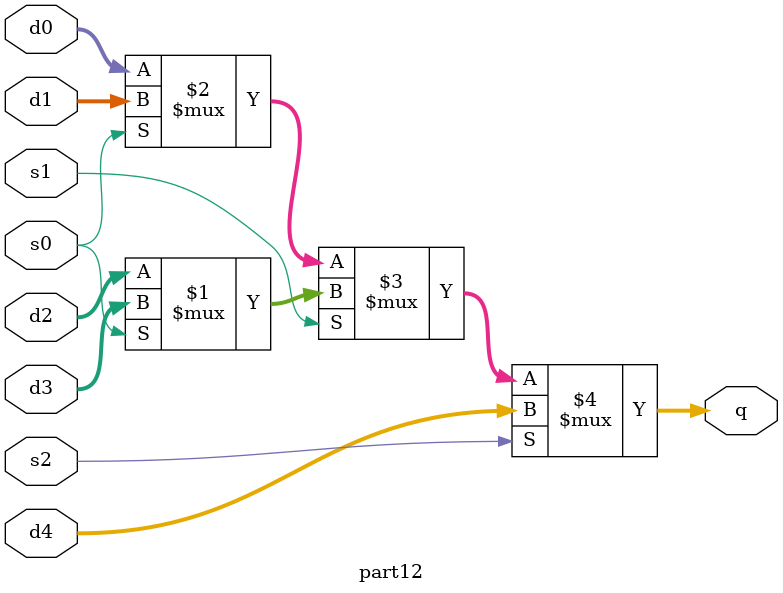
<source format=v>
module part12(s0, s1, s2, d0, d1, d2, d3, d4, q);

input s0, s1, s2;
input [3:0] d0, d1, d2, d3, d4;
output [3:0] q;

assign q = s2 ? d4 : (s1 ? (s0 ? d3 : d2) : (s0 ? d1 : d0));

endmodule
</source>
